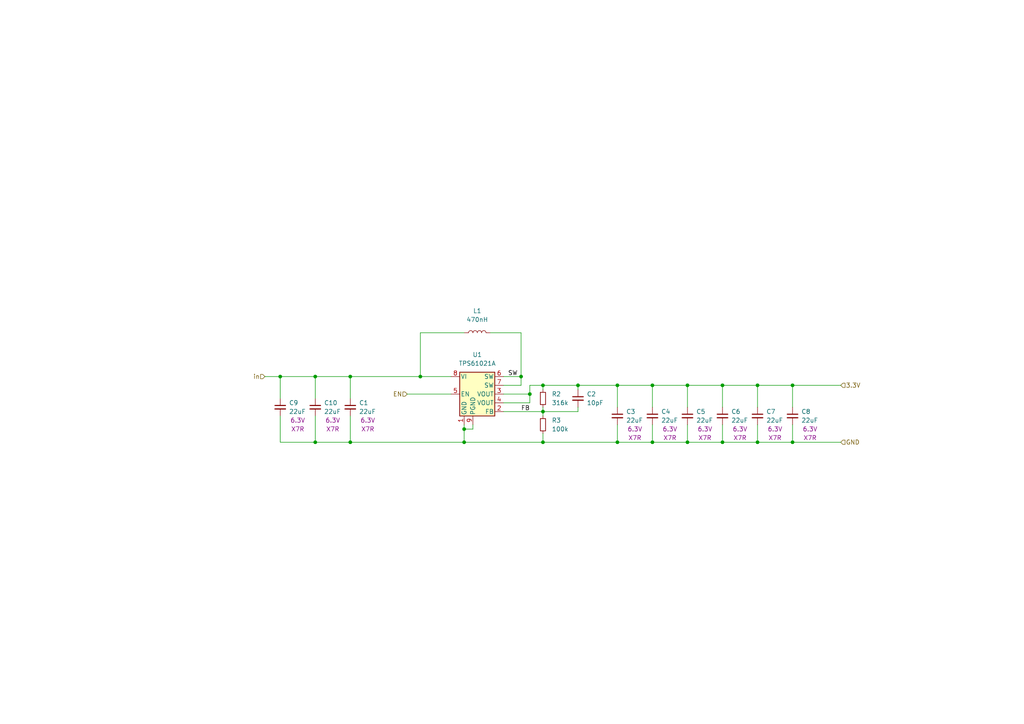
<source format=kicad_sch>
(kicad_sch (version 20211123) (generator eeschema)

  (uuid 1895faed-13c7-4877-930c-ef39a1d7419c)

  (paper "A4")

  (lib_symbols
    (symbol "Device:C_Small" (pin_numbers hide) (pin_names (offset 0.254) hide) (in_bom yes) (on_board yes)
      (property "Reference" "C" (id 0) (at 0.254 1.778 0)
        (effects (font (size 1.27 1.27)) (justify left))
      )
      (property "Value" "C_Small" (id 1) (at 0.254 -2.032 0)
        (effects (font (size 1.27 1.27)) (justify left))
      )
      (property "Footprint" "" (id 2) (at 0 0 0)
        (effects (font (size 1.27 1.27)) hide)
      )
      (property "Datasheet" "~" (id 3) (at 0 0 0)
        (effects (font (size 1.27 1.27)) hide)
      )
      (property "ki_keywords" "capacitor cap" (id 4) (at 0 0 0)
        (effects (font (size 1.27 1.27)) hide)
      )
      (property "ki_description" "Unpolarized capacitor, small symbol" (id 5) (at 0 0 0)
        (effects (font (size 1.27 1.27)) hide)
      )
      (property "ki_fp_filters" "C_*" (id 6) (at 0 0 0)
        (effects (font (size 1.27 1.27)) hide)
      )
      (symbol "C_Small_0_1"
        (polyline
          (pts
            (xy -1.524 -0.508)
            (xy 1.524 -0.508)
          )
          (stroke (width 0.3302) (type default) (color 0 0 0 0))
          (fill (type none))
        )
        (polyline
          (pts
            (xy -1.524 0.508)
            (xy 1.524 0.508)
          )
          (stroke (width 0.3048) (type default) (color 0 0 0 0))
          (fill (type none))
        )
      )
      (symbol "C_Small_1_1"
        (pin passive line (at 0 2.54 270) (length 2.032)
          (name "~" (effects (font (size 1.27 1.27))))
          (number "1" (effects (font (size 1.27 1.27))))
        )
        (pin passive line (at 0 -2.54 90) (length 2.032)
          (name "~" (effects (font (size 1.27 1.27))))
          (number "2" (effects (font (size 1.27 1.27))))
        )
      )
    )
    (symbol "Device:L" (pin_numbers hide) (pin_names (offset 1.016) hide) (in_bom yes) (on_board yes)
      (property "Reference" "L" (id 0) (at -1.27 0 90)
        (effects (font (size 1.27 1.27)))
      )
      (property "Value" "L" (id 1) (at 1.905 0 90)
        (effects (font (size 1.27 1.27)))
      )
      (property "Footprint" "" (id 2) (at 0 0 0)
        (effects (font (size 1.27 1.27)) hide)
      )
      (property "Datasheet" "~" (id 3) (at 0 0 0)
        (effects (font (size 1.27 1.27)) hide)
      )
      (property "ki_keywords" "inductor choke coil reactor magnetic" (id 4) (at 0 0 0)
        (effects (font (size 1.27 1.27)) hide)
      )
      (property "ki_description" "Inductor" (id 5) (at 0 0 0)
        (effects (font (size 1.27 1.27)) hide)
      )
      (property "ki_fp_filters" "Choke_* *Coil* Inductor_* L_*" (id 6) (at 0 0 0)
        (effects (font (size 1.27 1.27)) hide)
      )
      (symbol "L_0_1"
        (arc (start 0 -2.54) (mid 0.635 -1.905) (end 0 -1.27)
          (stroke (width 0) (type default) (color 0 0 0 0))
          (fill (type none))
        )
        (arc (start 0 -1.27) (mid 0.635 -0.635) (end 0 0)
          (stroke (width 0) (type default) (color 0 0 0 0))
          (fill (type none))
        )
        (arc (start 0 0) (mid 0.635 0.635) (end 0 1.27)
          (stroke (width 0) (type default) (color 0 0 0 0))
          (fill (type none))
        )
        (arc (start 0 1.27) (mid 0.635 1.905) (end 0 2.54)
          (stroke (width 0) (type default) (color 0 0 0 0))
          (fill (type none))
        )
      )
      (symbol "L_1_1"
        (pin passive line (at 0 3.81 270) (length 1.27)
          (name "1" (effects (font (size 1.27 1.27))))
          (number "1" (effects (font (size 1.27 1.27))))
        )
        (pin passive line (at 0 -3.81 90) (length 1.27)
          (name "2" (effects (font (size 1.27 1.27))))
          (number "2" (effects (font (size 1.27 1.27))))
        )
      )
    )
    (symbol "Device:R_Small" (pin_numbers hide) (pin_names (offset 0.254) hide) (in_bom yes) (on_board yes)
      (property "Reference" "R" (id 0) (at 0.762 0.508 0)
        (effects (font (size 1.27 1.27)) (justify left))
      )
      (property "Value" "R_Small" (id 1) (at 0.762 -1.016 0)
        (effects (font (size 1.27 1.27)) (justify left))
      )
      (property "Footprint" "" (id 2) (at 0 0 0)
        (effects (font (size 1.27 1.27)) hide)
      )
      (property "Datasheet" "~" (id 3) (at 0 0 0)
        (effects (font (size 1.27 1.27)) hide)
      )
      (property "ki_keywords" "R resistor" (id 4) (at 0 0 0)
        (effects (font (size 1.27 1.27)) hide)
      )
      (property "ki_description" "Resistor, small symbol" (id 5) (at 0 0 0)
        (effects (font (size 1.27 1.27)) hide)
      )
      (property "ki_fp_filters" "R_*" (id 6) (at 0 0 0)
        (effects (font (size 1.27 1.27)) hide)
      )
      (symbol "R_Small_0_1"
        (rectangle (start -0.762 1.778) (end 0.762 -1.778)
          (stroke (width 0.2032) (type default) (color 0 0 0 0))
          (fill (type none))
        )
      )
      (symbol "R_Small_1_1"
        (pin passive line (at 0 2.54 270) (length 0.762)
          (name "~" (effects (font (size 1.27 1.27))))
          (number "1" (effects (font (size 1.27 1.27))))
        )
        (pin passive line (at 0 -2.54 90) (length 0.762)
          (name "~" (effects (font (size 1.27 1.27))))
          (number "2" (effects (font (size 1.27 1.27))))
        )
      )
    )
    (symbol "b102:TPS61021A" (pin_names (offset 0.254)) (in_bom yes) (on_board yes)
      (property "Reference" "U" (id 0) (at -5.08 7.62 0)
        (effects (font (size 1.27 1.27)) (justify left))
      )
      (property "Value" "TPS61021A" (id 1) (at 0 7.62 0)
        (effects (font (size 1.27 1.27)) (justify left))
      )
      (property "Footprint" "Package_SON:WSON-8-1EP_2x2mm_P0.5mm_EP0.9x1.6mm" (id 2) (at 1.27 -6.35 0)
        (effects (font (size 1.27 1.27) italic) (justify left) hide)
      )
      (property "Datasheet" "https://www.ti.com/lit/ds/symlink/tlv61220.pdf" (id 3) (at 5.08 -10.16 0)
        (effects (font (size 1.27 1.27)) hide)
      )
      (property "ki_keywords" "Step-Up DC-DC Converter" (id 4) (at 0 0 0)
        (effects (font (size 1.27 1.27)) hide)
      )
      (property "ki_description" "28-V Output Voltage Boost Converter with Power Diode and Isolation Switch, SOT-23-6" (id 5) (at 0 0 0)
        (effects (font (size 1.27 1.27)) hide)
      )
      (property "ki_fp_filters" "SOT?23*" (id 6) (at 0 0 0)
        (effects (font (size 1.27 1.27)) hide)
      )
      (symbol "TPS61021A_0_1"
        (rectangle (start -5.08 6.35) (end 5.08 -6.35)
          (stroke (width 0.254) (type default) (color 0 0 0 0))
          (fill (type background))
        )
      )
      (symbol "TPS61021A_1_1"
        (pin power_in line (at -3.81 -8.89 90) (length 2.54)
          (name "GND" (effects (font (size 1.27 1.27))))
          (number "1" (effects (font (size 1.27 1.27))))
        )
        (pin input line (at 7.62 -5.08 180) (length 2.54)
          (name "FB" (effects (font (size 1.27 1.27))))
          (number "2" (effects (font (size 1.27 1.27))))
        )
        (pin power_out line (at 7.62 0 180) (length 2.54)
          (name "VOUT" (effects (font (size 1.27 1.27))))
          (number "3" (effects (font (size 1.27 1.27))))
        )
        (pin input line (at 7.62 -2.54 180) (length 2.54)
          (name "VOUT" (effects (font (size 1.27 1.27))))
          (number "4" (effects (font (size 1.27 1.27))))
        )
        (pin input line (at -7.62 0 0) (length 2.54)
          (name "EN" (effects (font (size 1.27 1.27))))
          (number "5" (effects (font (size 1.27 1.27))))
        )
        (pin power_in line (at 7.62 5.08 180) (length 2.54)
          (name "SW" (effects (font (size 1.27 1.27))))
          (number "6" (effects (font (size 1.27 1.27))))
        )
        (pin power_in line (at 7.62 2.54 180) (length 2.54)
          (name "SW" (effects (font (size 1.27 1.27))))
          (number "7" (effects (font (size 1.27 1.27))))
        )
        (pin power_in line (at -7.62 5.08 0) (length 2.54)
          (name "VI" (effects (font (size 1.27 1.27))))
          (number "8" (effects (font (size 1.27 1.27))))
        )
        (pin power_in line (at -1.27 -8.89 90) (length 2.54)
          (name "PGND" (effects (font (size 1.27 1.27))))
          (number "9" (effects (font (size 1.27 1.27))))
        )
      )
    )
  )

  (junction (at 209.55 128.27) (diameter 0) (color 0 0 0 0)
    (uuid 00a2290a-6db4-4759-9cbd-f31cbd1f5085)
  )
  (junction (at 101.6 128.27) (diameter 0) (color 0 0 0 0)
    (uuid 029a5e1c-4768-49f0-b958-9ace3008d05c)
  )
  (junction (at 153.67 114.3) (diameter 0) (color 0 0 0 0)
    (uuid 1d6fb112-fdec-4ddc-bc5f-12434839fb69)
  )
  (junction (at 134.62 128.27) (diameter 0) (color 0 0 0 0)
    (uuid 21dfbeaf-6591-4d18-ad62-631c20a67b43)
  )
  (junction (at 91.44 128.27) (diameter 0) (color 0 0 0 0)
    (uuid 2b2c6bd3-ba1c-4708-a7bf-aba123905d0a)
  )
  (junction (at 199.39 111.76) (diameter 0) (color 0 0 0 0)
    (uuid 2d2d19c4-3e6a-4219-b4e8-0b008895c84c)
  )
  (junction (at 157.48 111.76) (diameter 0) (color 0 0 0 0)
    (uuid 2dce60f4-a6a8-48c9-b3d6-a363bff44d33)
  )
  (junction (at 91.44 109.22) (diameter 0) (color 0 0 0 0)
    (uuid 4698ba2f-a64a-42bc-92f0-abf8de326b26)
  )
  (junction (at 134.62 124.46) (diameter 0) (color 0 0 0 0)
    (uuid 50754c33-1bf6-4cea-85e1-ec6895e3c489)
  )
  (junction (at 189.23 111.76) (diameter 0) (color 0 0 0 0)
    (uuid 532bf587-11a0-4c5f-904a-c9af3f30d02f)
  )
  (junction (at 219.71 111.76) (diameter 0) (color 0 0 0 0)
    (uuid 557f5c87-8ae8-4987-809c-6982ced1c8c2)
  )
  (junction (at 157.48 128.27) (diameter 0) (color 0 0 0 0)
    (uuid 6b19c849-4416-4b51-a2c3-be716e851f8a)
  )
  (junction (at 229.87 128.27) (diameter 0) (color 0 0 0 0)
    (uuid 6ecbcc5d-71f7-4843-ae31-f0d07f736673)
  )
  (junction (at 199.39 128.27) (diameter 0) (color 0 0 0 0)
    (uuid 77957af8-fc62-4cd3-bad1-9891a8979c41)
  )
  (junction (at 229.87 111.76) (diameter 0) (color 0 0 0 0)
    (uuid 7d983f21-327a-491b-8f46-30f059ab4985)
  )
  (junction (at 179.07 111.76) (diameter 0) (color 0 0 0 0)
    (uuid a44f7558-b062-4453-aaa0-9fa22bbc3ea2)
  )
  (junction (at 179.07 128.27) (diameter 0) (color 0 0 0 0)
    (uuid ae74e2a1-145a-45ba-991e-fffa3d0f5cc1)
  )
  (junction (at 157.48 119.38) (diameter 0) (color 0 0 0 0)
    (uuid b9bcba9e-342a-41c1-b598-686f2941a38f)
  )
  (junction (at 219.71 128.27) (diameter 0) (color 0 0 0 0)
    (uuid b9ee732e-26f9-47f8-b235-984012905713)
  )
  (junction (at 121.92 109.22) (diameter 0) (color 0 0 0 0)
    (uuid c40f1662-cb62-456f-a2c3-cad72a32979b)
  )
  (junction (at 81.28 109.22) (diameter 0) (color 0 0 0 0)
    (uuid db7c1700-c902-4d73-90b6-98bff8f975b4)
  )
  (junction (at 101.6 109.22) (diameter 0) (color 0 0 0 0)
    (uuid ddf3913d-ee8c-42e6-b3fe-f3b1c7ef0bfd)
  )
  (junction (at 167.64 111.76) (diameter 0) (color 0 0 0 0)
    (uuid e84b0e94-621b-4b4b-8ad4-1c227c03e767)
  )
  (junction (at 209.55 111.76) (diameter 0) (color 0 0 0 0)
    (uuid eac451ac-c7cb-4a4b-993d-00a6b1dce011)
  )
  (junction (at 151.13 109.22) (diameter 0) (color 0 0 0 0)
    (uuid eef0e171-f507-4bc3-815d-08b052bf5bec)
  )
  (junction (at 189.23 128.27) (diameter 0) (color 0 0 0 0)
    (uuid f4e39094-4383-48a0-9638-406031a5aec9)
  )

  (wire (pts (xy 229.87 123.19) (xy 229.87 128.27))
    (stroke (width 0) (type default) (color 0 0 0 0))
    (uuid 0190f7a4-f21c-4429-b9b5-2d85a2eca2df)
  )
  (wire (pts (xy 229.87 111.76) (xy 229.87 118.11))
    (stroke (width 0) (type default) (color 0 0 0 0))
    (uuid 02a02bd0-3b89-440b-88d1-76d468b9330d)
  )
  (wire (pts (xy 219.71 128.27) (xy 229.87 128.27))
    (stroke (width 0) (type default) (color 0 0 0 0))
    (uuid 0dc109c0-977e-4eaa-97b6-432a17da3d92)
  )
  (wire (pts (xy 229.87 111.76) (xy 243.84 111.76))
    (stroke (width 0) (type default) (color 0 0 0 0))
    (uuid 0ea19837-c8c8-4c72-a871-71c3eb469ec6)
  )
  (wire (pts (xy 189.23 111.76) (xy 189.23 118.11))
    (stroke (width 0) (type default) (color 0 0 0 0))
    (uuid 162a1308-cfe8-472b-b7a1-7405e89d37cf)
  )
  (wire (pts (xy 91.44 109.22) (xy 101.6 109.22))
    (stroke (width 0) (type default) (color 0 0 0 0))
    (uuid 167747b1-2aba-48bc-9e63-3d38497b29ee)
  )
  (wire (pts (xy 189.23 111.76) (xy 199.39 111.76))
    (stroke (width 0) (type default) (color 0 0 0 0))
    (uuid 19115ed1-f13b-4150-9335-0cf721967aa9)
  )
  (wire (pts (xy 146.05 114.3) (xy 153.67 114.3))
    (stroke (width 0) (type default) (color 0 0 0 0))
    (uuid 1ae6d360-c28e-4b8c-95b5-983467ba1473)
  )
  (wire (pts (xy 151.13 109.22) (xy 151.13 96.52))
    (stroke (width 0) (type default) (color 0 0 0 0))
    (uuid 1af4d546-c695-4b1c-89b2-0aa5f4c7f11e)
  )
  (wire (pts (xy 199.39 123.19) (xy 199.39 128.27))
    (stroke (width 0) (type default) (color 0 0 0 0))
    (uuid 20e05ce9-1fdf-44c8-a5b7-e042ef843607)
  )
  (wire (pts (xy 167.64 111.76) (xy 167.64 113.03))
    (stroke (width 0) (type default) (color 0 0 0 0))
    (uuid 278008fe-c36f-413d-8556-6b0534fcc01a)
  )
  (wire (pts (xy 146.05 116.84) (xy 153.67 116.84))
    (stroke (width 0) (type default) (color 0 0 0 0))
    (uuid 27fd49d4-b8f5-46cc-8d34-592b88fb2990)
  )
  (wire (pts (xy 151.13 96.52) (xy 142.24 96.52))
    (stroke (width 0) (type default) (color 0 0 0 0))
    (uuid 2caf410f-b13e-47fb-81c9-d127f503edc9)
  )
  (wire (pts (xy 219.71 111.76) (xy 229.87 111.76))
    (stroke (width 0) (type default) (color 0 0 0 0))
    (uuid 3fc5a2c5-2097-438f-9bc5-955df5c65590)
  )
  (wire (pts (xy 189.23 123.19) (xy 189.23 128.27))
    (stroke (width 0) (type default) (color 0 0 0 0))
    (uuid 3ffa691f-63cc-4680-bde5-d41146f72ac0)
  )
  (wire (pts (xy 91.44 109.22) (xy 91.44 115.57))
    (stroke (width 0) (type default) (color 0 0 0 0))
    (uuid 40b24f39-d5b6-4b74-a41b-5bc429c4bace)
  )
  (wire (pts (xy 157.48 125.73) (xy 157.48 128.27))
    (stroke (width 0) (type default) (color 0 0 0 0))
    (uuid 43633666-54bc-4e1b-a8f5-e0077138e3bc)
  )
  (wire (pts (xy 81.28 109.22) (xy 81.28 115.57))
    (stroke (width 0) (type default) (color 0 0 0 0))
    (uuid 443336cd-a760-44bc-99e7-76cdf8dbb936)
  )
  (wire (pts (xy 209.55 128.27) (xy 219.71 128.27))
    (stroke (width 0) (type default) (color 0 0 0 0))
    (uuid 4a21ae40-8f26-4f95-a617-0b972d019865)
  )
  (wire (pts (xy 189.23 128.27) (xy 199.39 128.27))
    (stroke (width 0) (type default) (color 0 0 0 0))
    (uuid 4c542ae5-9597-4121-b150-7da653c5115a)
  )
  (wire (pts (xy 118.11 114.3) (xy 130.81 114.3))
    (stroke (width 0) (type default) (color 0 0 0 0))
    (uuid 4ddf13f9-52f9-44ea-85a0-1a89fa987930)
  )
  (wire (pts (xy 179.07 128.27) (xy 189.23 128.27))
    (stroke (width 0) (type default) (color 0 0 0 0))
    (uuid 51c98cfd-12f9-42ee-b9e4-51f58f6ef5a6)
  )
  (wire (pts (xy 167.64 119.38) (xy 167.64 118.11))
    (stroke (width 0) (type default) (color 0 0 0 0))
    (uuid 54eb6bd9-c8d1-428c-9a4e-67504211cb58)
  )
  (wire (pts (xy 153.67 111.76) (xy 157.48 111.76))
    (stroke (width 0) (type default) (color 0 0 0 0))
    (uuid 559c648e-ebc5-498f-9ed3-78af583c39c9)
  )
  (wire (pts (xy 157.48 119.38) (xy 157.48 120.65))
    (stroke (width 0) (type default) (color 0 0 0 0))
    (uuid 55bc0549-6dcd-46d6-bc54-8bc9baa5db6a)
  )
  (wire (pts (xy 146.05 119.38) (xy 157.48 119.38))
    (stroke (width 0) (type default) (color 0 0 0 0))
    (uuid 56a45cc7-1486-4c44-b74f-39186f1c4930)
  )
  (wire (pts (xy 101.6 109.22) (xy 121.92 109.22))
    (stroke (width 0) (type default) (color 0 0 0 0))
    (uuid 5975df2f-74ff-48b0-b120-62d4b1f6f0e0)
  )
  (wire (pts (xy 81.28 120.65) (xy 81.28 128.27))
    (stroke (width 0) (type default) (color 0 0 0 0))
    (uuid 69523639-837b-430a-89fc-2092f919cf38)
  )
  (wire (pts (xy 219.71 123.19) (xy 219.71 128.27))
    (stroke (width 0) (type default) (color 0 0 0 0))
    (uuid 700bd64f-cde7-40f7-bf17-dce342f05bae)
  )
  (wire (pts (xy 209.55 123.19) (xy 209.55 128.27))
    (stroke (width 0) (type default) (color 0 0 0 0))
    (uuid 720a86f0-fdda-41d3-bbea-45512075102f)
  )
  (wire (pts (xy 157.48 113.03) (xy 157.48 111.76))
    (stroke (width 0) (type default) (color 0 0 0 0))
    (uuid 795cfdc8-4f6a-4f3c-8d84-3e12c725b2d5)
  )
  (wire (pts (xy 179.07 128.27) (xy 157.48 128.27))
    (stroke (width 0) (type default) (color 0 0 0 0))
    (uuid 7acb70bc-4953-4130-a7d2-779ed14a1f5c)
  )
  (wire (pts (xy 134.62 124.46) (xy 137.16 124.46))
    (stroke (width 0) (type default) (color 0 0 0 0))
    (uuid 7c400ad7-7ac2-45e3-8993-a562f674d960)
  )
  (wire (pts (xy 157.48 118.11) (xy 157.48 119.38))
    (stroke (width 0) (type default) (color 0 0 0 0))
    (uuid 8024422a-ce23-445a-941c-595bdc8d8a9f)
  )
  (wire (pts (xy 167.64 111.76) (xy 179.07 111.76))
    (stroke (width 0) (type default) (color 0 0 0 0))
    (uuid 8e4fddb1-4bab-4e46-8f21-081856f193ec)
  )
  (wire (pts (xy 137.16 124.46) (xy 137.16 123.19))
    (stroke (width 0) (type default) (color 0 0 0 0))
    (uuid 91fff464-9abd-4e01-b2e1-7eda9ec29e51)
  )
  (wire (pts (xy 179.07 123.19) (xy 179.07 128.27))
    (stroke (width 0) (type default) (color 0 0 0 0))
    (uuid 922188c1-7664-4c50-86af-ff8fc1056b6d)
  )
  (wire (pts (xy 91.44 128.27) (xy 101.6 128.27))
    (stroke (width 0) (type default) (color 0 0 0 0))
    (uuid 931c027d-bcba-48a9-9eea-dc2a35845fe1)
  )
  (wire (pts (xy 229.87 128.27) (xy 243.84 128.27))
    (stroke (width 0) (type default) (color 0 0 0 0))
    (uuid 9bb2af03-cac6-40b7-909e-a01d889cc479)
  )
  (wire (pts (xy 101.6 109.22) (xy 101.6 115.57))
    (stroke (width 0) (type default) (color 0 0 0 0))
    (uuid 9bfeae62-422e-467a-afef-bed806498794)
  )
  (wire (pts (xy 101.6 128.27) (xy 134.62 128.27))
    (stroke (width 0) (type default) (color 0 0 0 0))
    (uuid 9d0fe665-affc-4164-99ba-fbb173655272)
  )
  (wire (pts (xy 179.07 111.76) (xy 189.23 111.76))
    (stroke (width 0) (type default) (color 0 0 0 0))
    (uuid a1cdad3a-553d-4a6a-884a-ec9eb2122369)
  )
  (wire (pts (xy 157.48 111.76) (xy 167.64 111.76))
    (stroke (width 0) (type default) (color 0 0 0 0))
    (uuid ac695af9-2ca7-4b25-bf58-0318482f794f)
  )
  (wire (pts (xy 179.07 111.76) (xy 179.07 118.11))
    (stroke (width 0) (type default) (color 0 0 0 0))
    (uuid ad50608f-99a8-4b55-834a-605f61a102f4)
  )
  (wire (pts (xy 151.13 111.76) (xy 151.13 109.22))
    (stroke (width 0) (type default) (color 0 0 0 0))
    (uuid b1b4dc3b-8919-4cd6-a9b8-69011b55c380)
  )
  (wire (pts (xy 199.39 128.27) (xy 209.55 128.27))
    (stroke (width 0) (type default) (color 0 0 0 0))
    (uuid b1e5d097-1aab-4eb1-8906-fc7928d84e70)
  )
  (wire (pts (xy 209.55 111.76) (xy 209.55 118.11))
    (stroke (width 0) (type default) (color 0 0 0 0))
    (uuid b24a9730-6a24-429a-9c8c-738c6e2ac23d)
  )
  (wire (pts (xy 134.62 124.46) (xy 134.62 128.27))
    (stroke (width 0) (type default) (color 0 0 0 0))
    (uuid b57e4b20-c93b-4075-bb06-91194267aa49)
  )
  (wire (pts (xy 81.28 109.22) (xy 91.44 109.22))
    (stroke (width 0) (type default) (color 0 0 0 0))
    (uuid b833a1e7-abf0-4c60-ac70-bc1f4bc4e538)
  )
  (wire (pts (xy 81.28 128.27) (xy 91.44 128.27))
    (stroke (width 0) (type default) (color 0 0 0 0))
    (uuid bdc5badd-f405-4648-97e7-2d705745e90e)
  )
  (wire (pts (xy 134.62 96.52) (xy 121.92 96.52))
    (stroke (width 0) (type default) (color 0 0 0 0))
    (uuid c9c877c8-0cb3-4f13-976e-dc0fca4ad42d)
  )
  (wire (pts (xy 91.44 120.65) (xy 91.44 128.27))
    (stroke (width 0) (type default) (color 0 0 0 0))
    (uuid cab402d9-8f0e-4c00-9e19-8a5f96296820)
  )
  (wire (pts (xy 157.48 119.38) (xy 167.64 119.38))
    (stroke (width 0) (type default) (color 0 0 0 0))
    (uuid cc686e80-2da8-42a4-865d-838737c11003)
  )
  (wire (pts (xy 121.92 96.52) (xy 121.92 109.22))
    (stroke (width 0) (type default) (color 0 0 0 0))
    (uuid d32f9a33-904e-4ca0-a363-5cbfa7612702)
  )
  (wire (pts (xy 219.71 111.76) (xy 219.71 118.11))
    (stroke (width 0) (type default) (color 0 0 0 0))
    (uuid d735fbd3-71a3-4f3f-9325-dd493ba1e9e2)
  )
  (wire (pts (xy 153.67 116.84) (xy 153.67 114.3))
    (stroke (width 0) (type default) (color 0 0 0 0))
    (uuid df76400f-fef9-44bd-aa70-dbb74761a46b)
  )
  (wire (pts (xy 199.39 111.76) (xy 199.39 118.11))
    (stroke (width 0) (type default) (color 0 0 0 0))
    (uuid e52f9cfe-de49-457d-81af-b304b8d8fd26)
  )
  (wire (pts (xy 146.05 109.22) (xy 151.13 109.22))
    (stroke (width 0) (type default) (color 0 0 0 0))
    (uuid e74fa18b-0862-44a8-ae11-f12a82b954f7)
  )
  (wire (pts (xy 134.62 123.19) (xy 134.62 124.46))
    (stroke (width 0) (type default) (color 0 0 0 0))
    (uuid e84c6d37-93e3-417a-9e4f-2bf9088a4017)
  )
  (wire (pts (xy 134.62 128.27) (xy 157.48 128.27))
    (stroke (width 0) (type default) (color 0 0 0 0))
    (uuid e8c1fc9a-faf2-42be-9aea-b0cb1861bd44)
  )
  (wire (pts (xy 76.835 109.22) (xy 81.28 109.22))
    (stroke (width 0) (type default) (color 0 0 0 0))
    (uuid ed060b85-2981-48c4-866c-7820f8c154ab)
  )
  (wire (pts (xy 209.55 111.76) (xy 219.71 111.76))
    (stroke (width 0) (type default) (color 0 0 0 0))
    (uuid edf370e6-4498-4243-b190-a26e3c94b5e1)
  )
  (wire (pts (xy 146.05 111.76) (xy 151.13 111.76))
    (stroke (width 0) (type default) (color 0 0 0 0))
    (uuid efe11ca2-85bb-40f3-acd8-15ae614f0612)
  )
  (wire (pts (xy 101.6 120.65) (xy 101.6 128.27))
    (stroke (width 0) (type default) (color 0 0 0 0))
    (uuid f2fcf068-88c7-4806-95e6-8d8a1ad97dc7)
  )
  (wire (pts (xy 153.67 114.3) (xy 153.67 111.76))
    (stroke (width 0) (type default) (color 0 0 0 0))
    (uuid f3cb7674-53af-4cdb-be3a-2a08abe9a068)
  )
  (wire (pts (xy 199.39 111.76) (xy 209.55 111.76))
    (stroke (width 0) (type default) (color 0 0 0 0))
    (uuid f5d0d881-f1ef-4947-a24f-ba31fefdd241)
  )
  (wire (pts (xy 121.92 109.22) (xy 130.81 109.22))
    (stroke (width 0) (type default) (color 0 0 0 0))
    (uuid f643278b-b72a-43df-b50d-548e712da803)
  )

  (label "SW" (at 147.32 109.22 0)
    (effects (font (size 1.27 1.27)) (justify left bottom))
    (uuid 19d623b4-8936-48cc-9bc2-6fbc653f5292)
  )
  (label "FB" (at 151.13 119.38 0)
    (effects (font (size 1.27 1.27)) (justify left bottom))
    (uuid eadb4945-2c92-4b4e-b099-1db6535dbbb8)
  )

  (hierarchical_label "EN" (shape input) (at 118.11 114.3 180)
    (effects (font (size 1.27 1.27)) (justify right))
    (uuid 58d2b609-081b-47a0-999e-78f1c966aefc)
  )
  (hierarchical_label "3.3V" (shape input) (at 243.84 111.76 0)
    (effects (font (size 1.27 1.27)) (justify left))
    (uuid 6c6da6cd-9f8f-48c6-a748-eeb73ee09fa1)
  )
  (hierarchical_label "in" (shape input) (at 76.835 109.22 180)
    (effects (font (size 1.27 1.27)) (justify right))
    (uuid 7b1567d4-e82c-4add-a062-8611b471c9da)
  )
  (hierarchical_label "GND" (shape input) (at 243.84 128.27 0)
    (effects (font (size 1.27 1.27)) (justify left))
    (uuid a0893e43-5cd4-4ac6-a11f-d2845734dea3)
  )

  (symbol (lib_id "Device:R_Small") (at 157.48 123.19 0) (unit 1)
    (in_bom yes) (on_board yes) (fields_autoplaced)
    (uuid 02979fc4-4f11-44eb-9ff4-945c29387fb8)
    (property "Reference" "R3" (id 0) (at 160.02 121.9199 0)
      (effects (font (size 1.27 1.27)) (justify left))
    )
    (property "Value" "100k" (id 1) (at 160.02 124.4599 0)
      (effects (font (size 1.27 1.27)) (justify left))
    )
    (property "Footprint" "Resistor_SMD:R_0603_1608Metric" (id 2) (at 157.48 123.19 0)
      (effects (font (size 1.27 1.27)) hide)
    )
    (property "Datasheet" "~" (id 3) (at 157.48 123.19 0)
      (effects (font (size 1.27 1.27)) hide)
    )
    (pin "1" (uuid 9ea3ae63-7343-48f8-a663-1d111d91507e))
    (pin "2" (uuid 30c603d9-852a-4826-84ff-8f914716eb7b))
  )

  (symbol (lib_id "Device:C_Small") (at 167.64 115.57 0) (unit 1)
    (in_bom yes) (on_board yes)
    (uuid 28eabead-c32d-489a-905d-882bc1ebac48)
    (property "Reference" "C2" (id 0) (at 170.18 114.3062 0)
      (effects (font (size 1.27 1.27)) (justify left))
    )
    (property "Value" "10pF" (id 1) (at 170.18 116.8462 0)
      (effects (font (size 1.27 1.27)) (justify left))
    )
    (property "Footprint" "Capacitor_SMD:C_0603_1608Metric" (id 2) (at 167.64 115.57 0)
      (effects (font (size 1.27 1.27)) hide)
    )
    (property "Datasheet" "~" (id 3) (at 167.64 115.57 0)
      (effects (font (size 1.27 1.27)) hide)
    )
    (pin "1" (uuid d7496837-5e49-46c5-a4ef-9615dc3b7fa6))
    (pin "2" (uuid 5a50d0f5-70a7-4945-ae7a-f5c6732d1dc3))
  )

  (symbol (lib_id "Device:C_Small") (at 229.87 120.65 0) (unit 1)
    (in_bom yes) (on_board yes)
    (uuid 36676374-ad7d-4998-8fed-ee062cb9e546)
    (property "Reference" "C8" (id 0) (at 232.41 119.3862 0)
      (effects (font (size 1.27 1.27)) (justify left))
    )
    (property "Value" "22uF" (id 1) (at 232.41 121.92 0)
      (effects (font (size 1.27 1.27)) (justify left))
    )
    (property "Footprint" "Capacitor_SMD:C_1206_3216Metric" (id 2) (at 229.87 120.65 0)
      (effects (font (size 1.27 1.27)) hide)
    )
    (property "Datasheet" "~" (id 3) (at 229.87 120.65 0)
      (effects (font (size 1.27 1.27)) hide)
    )
    (property "Voltage" "6.3V" (id 4) (at 234.95 124.46 0))
    (property "Dielectric" "X7R" (id 5) (at 234.95 127 0))
    (pin "1" (uuid 3e1d007d-e016-431d-946f-54c7ac075a29))
    (pin "2" (uuid 716ca242-e17c-4afa-a851-037347e36121))
  )

  (symbol (lib_id "Device:R_Small") (at 157.48 115.57 0) (unit 1)
    (in_bom yes) (on_board yes) (fields_autoplaced)
    (uuid 3c3d8e68-6e43-456d-aab1-0f42b378e4bb)
    (property "Reference" "R2" (id 0) (at 160.02 114.2999 0)
      (effects (font (size 1.27 1.27)) (justify left))
    )
    (property "Value" "316k" (id 1) (at 160.02 116.8399 0)
      (effects (font (size 1.27 1.27)) (justify left))
    )
    (property "Footprint" "Resistor_SMD:R_0603_1608Metric" (id 2) (at 157.48 115.57 0)
      (effects (font (size 1.27 1.27)) hide)
    )
    (property "Datasheet" "~" (id 3) (at 157.48 115.57 0)
      (effects (font (size 1.27 1.27)) hide)
    )
    (pin "1" (uuid 4fffaa23-527b-490c-81e3-810b5b2adbe5))
    (pin "2" (uuid a1179a68-a7f6-4433-b320-6607a9ba547f))
  )

  (symbol (lib_id "Device:C_Small") (at 81.28 118.11 0) (unit 1)
    (in_bom yes) (on_board yes)
    (uuid 618120c4-7a48-427f-9452-7aeb614ed889)
    (property "Reference" "C9" (id 0) (at 83.82 116.8462 0)
      (effects (font (size 1.27 1.27)) (justify left))
    )
    (property "Value" "22uF" (id 1) (at 83.82 119.38 0)
      (effects (font (size 1.27 1.27)) (justify left))
    )
    (property "Footprint" "Capacitor_SMD:C_1206_3216Metric" (id 2) (at 81.28 118.11 0)
      (effects (font (size 1.27 1.27)) hide)
    )
    (property "Datasheet" "~" (id 3) (at 81.28 118.11 0)
      (effects (font (size 1.27 1.27)) hide)
    )
    (property "Voltage" "6.3V" (id 4) (at 86.36 121.92 0))
    (property "Dielectric" "X7R" (id 5) (at 86.36 124.46 0))
    (pin "1" (uuid afbfcaec-7344-43d5-b917-f39ec248dd41))
    (pin "2" (uuid 3ace09a0-0447-49e8-8009-56fbed7fe28b))
  )

  (symbol (lib_id "Device:C_Small") (at 189.23 120.65 0) (unit 1)
    (in_bom yes) (on_board yes)
    (uuid 7b249231-c2ed-417c-93d4-e36bf6d1db7e)
    (property "Reference" "C4" (id 0) (at 191.77 119.3862 0)
      (effects (font (size 1.27 1.27)) (justify left))
    )
    (property "Value" "22uF" (id 1) (at 191.77 121.92 0)
      (effects (font (size 1.27 1.27)) (justify left))
    )
    (property "Footprint" "Capacitor_SMD:C_1206_3216Metric" (id 2) (at 189.23 120.65 0)
      (effects (font (size 1.27 1.27)) hide)
    )
    (property "Datasheet" "~" (id 3) (at 189.23 120.65 0)
      (effects (font (size 1.27 1.27)) hide)
    )
    (property "Voltage" "6.3V" (id 4) (at 194.31 124.46 0))
    (property "Dielectric" "X7R" (id 5) (at 194.31 127 0))
    (pin "1" (uuid 3c0ed955-8467-4c7b-9b26-68dedf6127b1))
    (pin "2" (uuid cfcaaace-b560-401c-b70c-fa5f59afc075))
  )

  (symbol (lib_id "Device:C_Small") (at 219.71 120.65 0) (unit 1)
    (in_bom yes) (on_board yes)
    (uuid 8561a4fb-09f5-4f63-a952-d456a6e136b5)
    (property "Reference" "C7" (id 0) (at 222.25 119.3862 0)
      (effects (font (size 1.27 1.27)) (justify left))
    )
    (property "Value" "22uF" (id 1) (at 222.25 121.92 0)
      (effects (font (size 1.27 1.27)) (justify left))
    )
    (property "Footprint" "Capacitor_SMD:C_1206_3216Metric" (id 2) (at 219.71 120.65 0)
      (effects (font (size 1.27 1.27)) hide)
    )
    (property "Datasheet" "~" (id 3) (at 219.71 120.65 0)
      (effects (font (size 1.27 1.27)) hide)
    )
    (property "Voltage" "6.3V" (id 4) (at 224.79 124.46 0))
    (property "Dielectric" "X7R" (id 5) (at 224.79 127 0))
    (pin "1" (uuid ac49aedf-0a24-46bd-a69d-0da990b5ed09))
    (pin "2" (uuid 8dd64ef0-8075-4fe8-b741-35c59332a5a4))
  )

  (symbol (lib_id "Device:L") (at 138.43 96.52 90) (unit 1)
    (in_bom yes) (on_board yes) (fields_autoplaced)
    (uuid ab5b8db6-44a8-4f0a-bfe1-deea670d99ad)
    (property "Reference" "L1" (id 0) (at 138.43 90.17 90))
    (property "Value" "470nH" (id 1) (at 138.43 92.71 90))
    (property "Footprint" "b102:744383360047" (id 2) (at 138.43 96.52 0)
      (effects (font (size 1.27 1.27)) hide)
    )
    (property "Datasheet" "~" (id 3) (at 138.43 96.52 0)
      (effects (font (size 1.27 1.27)) hide)
    )
    (property "MPN" "744383360047" (id 4) (at 138.43 96.52 90)
      (effects (font (size 1.27 1.27)) hide)
    )
    (property "DigiKey_PN" "732-5691-1-ND" (id 5) (at 138.43 96.52 90)
      (effects (font (size 1.27 1.27)) hide)
    )
    (pin "1" (uuid 9a0ed1b4-bb65-4395-92ff-ed854bc85495))
    (pin "2" (uuid d7abfd48-6fa2-4410-a5c1-0bce49267868))
  )

  (symbol (lib_id "Device:C_Small") (at 91.44 118.11 0) (unit 1)
    (in_bom yes) (on_board yes)
    (uuid afa33a64-e92f-4624-9c16-1b178e55de06)
    (property "Reference" "C10" (id 0) (at 93.98 116.8462 0)
      (effects (font (size 1.27 1.27)) (justify left))
    )
    (property "Value" "22uF" (id 1) (at 93.98 119.38 0)
      (effects (font (size 1.27 1.27)) (justify left))
    )
    (property "Footprint" "Capacitor_SMD:C_1206_3216Metric" (id 2) (at 91.44 118.11 0)
      (effects (font (size 1.27 1.27)) hide)
    )
    (property "Datasheet" "~" (id 3) (at 91.44 118.11 0)
      (effects (font (size 1.27 1.27)) hide)
    )
    (property "Voltage" "6.3V" (id 4) (at 96.52 121.92 0))
    (property "Dielectric" "X7R" (id 5) (at 96.52 124.46 0))
    (pin "1" (uuid bea94a84-5813-413e-8667-34be417b5148))
    (pin "2" (uuid 1d4f33bb-5abf-4bab-b6b2-6360f76dbdf7))
  )

  (symbol (lib_id "Device:C_Small") (at 101.6 118.11 0) (unit 1)
    (in_bom yes) (on_board yes)
    (uuid b3d9f6ac-a5a1-47fe-8895-868cc2041b6a)
    (property "Reference" "C1" (id 0) (at 104.14 116.8462 0)
      (effects (font (size 1.27 1.27)) (justify left))
    )
    (property "Value" "22uF" (id 1) (at 104.14 119.38 0)
      (effects (font (size 1.27 1.27)) (justify left))
    )
    (property "Footprint" "Capacitor_SMD:C_1206_3216Metric" (id 2) (at 101.6 118.11 0)
      (effects (font (size 1.27 1.27)) hide)
    )
    (property "Datasheet" "~" (id 3) (at 101.6 118.11 0)
      (effects (font (size 1.27 1.27)) hide)
    )
    (property "Voltage" "6.3V" (id 4) (at 106.68 121.92 0))
    (property "Dielectric" "X7R" (id 5) (at 106.68 124.46 0))
    (pin "1" (uuid bb401286-e5a3-40bd-8619-56adbd8b7f57))
    (pin "2" (uuid ae14c5e9-b98d-425b-8b84-916793a2510b))
  )

  (symbol (lib_id "Device:C_Small") (at 209.55 120.65 0) (unit 1)
    (in_bom yes) (on_board yes)
    (uuid c6c99efe-7cef-4f8c-8884-c92e7a3a9b24)
    (property "Reference" "C6" (id 0) (at 212.09 119.3862 0)
      (effects (font (size 1.27 1.27)) (justify left))
    )
    (property "Value" "22uF" (id 1) (at 212.09 121.92 0)
      (effects (font (size 1.27 1.27)) (justify left))
    )
    (property "Footprint" "Capacitor_SMD:C_1206_3216Metric" (id 2) (at 209.55 120.65 0)
      (effects (font (size 1.27 1.27)) hide)
    )
    (property "Datasheet" "~" (id 3) (at 209.55 120.65 0)
      (effects (font (size 1.27 1.27)) hide)
    )
    (property "Voltage" "6.3V" (id 4) (at 214.63 124.46 0))
    (property "Dielectric" "X7R" (id 5) (at 214.63 127 0))
    (pin "1" (uuid 035c1eef-6bbd-4179-90c8-c7d9ba97eb62))
    (pin "2" (uuid ce2f7475-9a67-4506-93cd-8586afcbb641))
  )

  (symbol (lib_id "Device:C_Small") (at 199.39 120.65 0) (unit 1)
    (in_bom yes) (on_board yes)
    (uuid cc01d30e-9614-4c1a-aa9e-224beebd8449)
    (property "Reference" "C5" (id 0) (at 201.93 119.3862 0)
      (effects (font (size 1.27 1.27)) (justify left))
    )
    (property "Value" "22uF" (id 1) (at 201.93 121.92 0)
      (effects (font (size 1.27 1.27)) (justify left))
    )
    (property "Footprint" "Capacitor_SMD:C_1206_3216Metric" (id 2) (at 199.39 120.65 0)
      (effects (font (size 1.27 1.27)) hide)
    )
    (property "Datasheet" "~" (id 3) (at 199.39 120.65 0)
      (effects (font (size 1.27 1.27)) hide)
    )
    (property "Voltage" "6.3V" (id 4) (at 204.47 124.46 0))
    (property "Dielectric" "X7R" (id 5) (at 204.47 127 0))
    (pin "1" (uuid d4aaeae1-0856-4071-8395-a699a6a5546f))
    (pin "2" (uuid 094c9836-f434-42e1-8d7f-9b40c64cd0a2))
  )

  (symbol (lib_id "b102:TPS61021A") (at 138.43 114.3 0) (unit 1)
    (in_bom yes) (on_board yes) (fields_autoplaced)
    (uuid d99c0b57-9feb-4e4c-9ee2-6976dcad0a72)
    (property "Reference" "U1" (id 0) (at 138.43 102.87 0))
    (property "Value" "TPS61021A" (id 1) (at 138.43 105.41 0))
    (property "Footprint" "Package_SON:WSON-8-1EP_2x2mm_P0.5mm_EP0.9x1.6mm" (id 2) (at 139.7 120.65 0)
      (effects (font (size 1.27 1.27) italic) (justify left) hide)
    )
    (property "Datasheet" "https://www.ti.com/lit/ds/symlink/tps61021a.pdf?HQS=dis-dk-null-digikeymode-dsf-pf-null-wwe&ts=1678288703752&ref_url=https%253A%252F%252Fwww.ti.com%252Fgeneral%252Fdocs%252Fsuppproductinfo.tsp%253FdistId%253D10%2526gotoUrl%253Dhttps%253A%252F%252Fwww.ti.com%252Flit%252Fgpn%252Ftps61021a" (id 3) (at 143.51 124.46 0)
      (effects (font (size 1.27 1.27)) hide)
    )
    (property "MPN" "TPS61021ADSGR" (id 4) (at 138.43 114.3 0)
      (effects (font (size 1.27 1.27)) hide)
    )
    (property "Digi-Key_PN" "296-TPS61021ADSGRCT-ND" (id 5) (at 138.43 114.3 0)
      (effects (font (size 1.27 1.27)) hide)
    )
    (pin "1" (uuid d4e3b598-5a89-48f1-953f-ac0d0fe252bf))
    (pin "2" (uuid 13a63601-b27e-4964-925a-e72d9442657c))
    (pin "3" (uuid e66f2eae-24f7-4457-98c4-d6ba436c7986))
    (pin "4" (uuid f19a320c-698c-41cb-ac74-7282461ba168))
    (pin "5" (uuid 5cd3b833-54e9-4904-bb01-f56d9ece2f98))
    (pin "6" (uuid bbce3c70-7c4f-4f43-81f3-ce9739b00a4e))
    (pin "7" (uuid 4643ffab-df27-430f-bbfc-e54aed1677c5))
    (pin "8" (uuid 0f9ae692-235a-4431-bd6e-744669132634))
    (pin "9" (uuid 540809fd-a056-4a89-8de3-504ec9d4c96a))
  )

  (symbol (lib_id "Device:C_Small") (at 179.07 120.65 0) (unit 1)
    (in_bom yes) (on_board yes)
    (uuid f0a203a9-6cbf-4734-bc28-5fa5b33848fe)
    (property "Reference" "C3" (id 0) (at 181.61 119.3862 0)
      (effects (font (size 1.27 1.27)) (justify left))
    )
    (property "Value" "22uF" (id 1) (at 181.61 121.92 0)
      (effects (font (size 1.27 1.27)) (justify left))
    )
    (property "Footprint" "Capacitor_SMD:C_1206_3216Metric" (id 2) (at 179.07 120.65 0)
      (effects (font (size 1.27 1.27)) hide)
    )
    (property "Datasheet" "~" (id 3) (at 179.07 120.65 0)
      (effects (font (size 1.27 1.27)) hide)
    )
    (property "Voltage" "6.3V" (id 4) (at 184.15 124.46 0))
    (property "Dielectric" "X7R" (id 5) (at 184.15 127 0))
    (pin "1" (uuid 0e2d8a61-317d-4e1f-8f5a-d02f5bcd2abf))
    (pin "2" (uuid 58f3ec13-a99d-4550-bef3-993cde273eab))
  )
)

</source>
